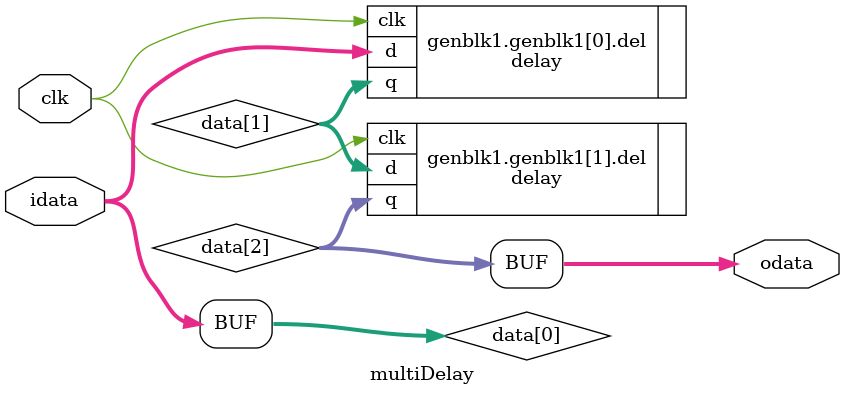
<source format=v>
`timescale 1ns / 1ps


`timescale 1ns / 1ps
//////////////////////////////////////////////////////////////////////////////////
// Company: 
// Engineer: 
// 
// Create Date: 03/10/2019 07:31:13 PM
// Design Name: 
// Module Name: multiDelay
// Project Name: 
// Target Devices: 
// Tool Versions: 
// Description: 
// 
// Dependencies: 
// 
// Revision:
// Revision 0.01 - File Created
// Additional Comments:
// 
//////////////////////////////////////////////////////////////////////////////////


module multiDelay
#(
    parameter N = 2,
    parameter delay = 2
)
(
    input[N-1:0] idata,
    input clk,
    output[N-1:0] odata
);
wire[N-1:0] data [delay:0]; //tablica dwuwymiarowa: delay + 1 rejestrów N bitowych
assign data[0] = idata;

generate
if(delay == 0)
    assign odata = idata;
else
begin
    genvar i;
    for(i = 0; i < delay; i=i+1)
    begin
        delay 
        #(
        .N(N)
        )del(
        .clk(clk),
        .d(data[i]),
        .q(data[i+1]));
    end
    assign odata = data[delay]; //zerowe data to wej?cie, ostatnie data to wyj?cie z ca?ego uk?adu
end
endgenerate

endmodule

</source>
